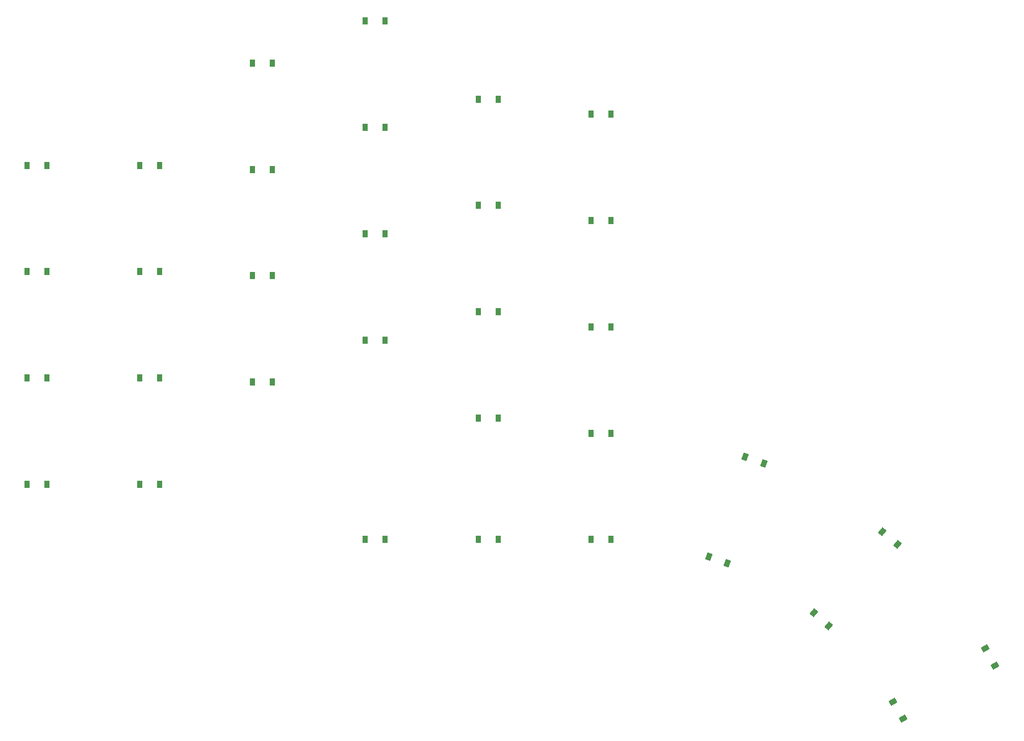
<source format=gbr>
%TF.GenerationSoftware,KiCad,Pcbnew,(6.0.8)*%
%TF.CreationDate,2022-10-04T18:24:03+02:00*%
%TF.ProjectId,board,626f6172-642e-46b6-9963-61645f706362,v1.0.0*%
%TF.SameCoordinates,Original*%
%TF.FileFunction,Paste,Bot*%
%TF.FilePolarity,Positive*%
%FSLAX46Y46*%
G04 Gerber Fmt 4.6, Leading zero omitted, Abs format (unit mm)*
G04 Created by KiCad (PCBNEW (6.0.8)) date 2022-10-04 18:24:03*
%MOMM*%
%LPD*%
G01*
G04 APERTURE LIST*
G04 Aperture macros list*
%AMRotRect*
0 Rectangle, with rotation*
0 The origin of the aperture is its center*
0 $1 length*
0 $2 width*
0 $3 Rotation angle, in degrees counterclockwise*
0 Add horizontal line*
21,1,$1,$2,0,0,$3*%
G04 Aperture macros list end*
%ADD10R,0.900000X1.200000*%
%ADD11RotRect,0.900000X1.200000X340.000000*%
%ADD12RotRect,0.900000X1.200000X320.000000*%
%ADD13RotRect,0.900000X1.200000X300.000000*%
G04 APERTURE END LIST*
D10*
%TO.C,D1*%
X19650000Y-4700000D03*
X16350000Y-4700000D03*
%TD*%
%TO.C,D2*%
X19650000Y12980000D03*
X16350000Y12980000D03*
%TD*%
%TO.C,D3*%
X19650000Y30660000D03*
X16350000Y30660000D03*
%TD*%
%TO.C,D4*%
X19650000Y48340000D03*
X16350000Y48340000D03*
%TD*%
%TO.C,D5*%
X38370000Y-4700000D03*
X35070000Y-4700000D03*
%TD*%
%TO.C,D6*%
X38370000Y12980000D03*
X35070000Y12980000D03*
%TD*%
%TO.C,D7*%
X38370000Y30660000D03*
X35070000Y30660000D03*
%TD*%
%TO.C,D8*%
X38370000Y48340000D03*
X35070000Y48340000D03*
%TD*%
%TO.C,D9*%
X57090000Y12300000D03*
X53790000Y12300000D03*
%TD*%
%TO.C,D10*%
X57090000Y29980000D03*
X53790000Y29980000D03*
%TD*%
%TO.C,D11*%
X57090000Y47660000D03*
X53790000Y47660000D03*
%TD*%
%TO.C,D12*%
X57090000Y65340000D03*
X53790000Y65340000D03*
%TD*%
%TO.C,D13*%
X75810000Y19300000D03*
X72510000Y19300000D03*
%TD*%
%TO.C,D14*%
X75810000Y36980000D03*
X72510000Y36980000D03*
%TD*%
%TO.C,D15*%
X75810000Y54660000D03*
X72510000Y54660000D03*
%TD*%
%TO.C,D16*%
X75810000Y72340000D03*
X72510000Y72340000D03*
%TD*%
%TO.C,D17*%
X94530000Y6300000D03*
X91230000Y6300000D03*
%TD*%
%TO.C,D18*%
X94530000Y23980000D03*
X91230000Y23980000D03*
%TD*%
%TO.C,D19*%
X94530000Y41660000D03*
X91230000Y41660000D03*
%TD*%
%TO.C,D20*%
X94530000Y59340000D03*
X91230000Y59340000D03*
%TD*%
%TO.C,D21*%
X113250000Y3800000D03*
X109950000Y3800000D03*
%TD*%
%TO.C,D22*%
X113250000Y21480000D03*
X109950000Y21480000D03*
%TD*%
%TO.C,D23*%
X113250000Y39160000D03*
X109950000Y39160000D03*
%TD*%
%TO.C,D24*%
X113250000Y56840000D03*
X109950000Y56840000D03*
%TD*%
%TO.C,D25*%
X75810000Y-13880000D03*
X72510000Y-13880000D03*
%TD*%
%TO.C,D26*%
X94530000Y-13880000D03*
X91230000Y-13880000D03*
%TD*%
%TO.C,D27*%
X113250000Y-13880000D03*
X109950000Y-13880000D03*
%TD*%
D11*
%TO.C,D28*%
X132621293Y-17845633D03*
X129520307Y-16716967D03*
%TD*%
%TO.C,D29*%
X138668193Y-1231933D03*
X135567207Y-103267D03*
%TD*%
D12*
%TO.C,D30*%
X149467973Y-28197500D03*
X146940027Y-26076300D03*
%TD*%
%TO.C,D31*%
X160832373Y-14653900D03*
X158304427Y-12532700D03*
%TD*%
D13*
%TO.C,D32*%
X161758100Y-43686942D03*
X160108100Y-40829058D03*
%TD*%
%TO.C,D33*%
X177069400Y-34846942D03*
X175419400Y-31989058D03*
%TD*%
M02*

</source>
